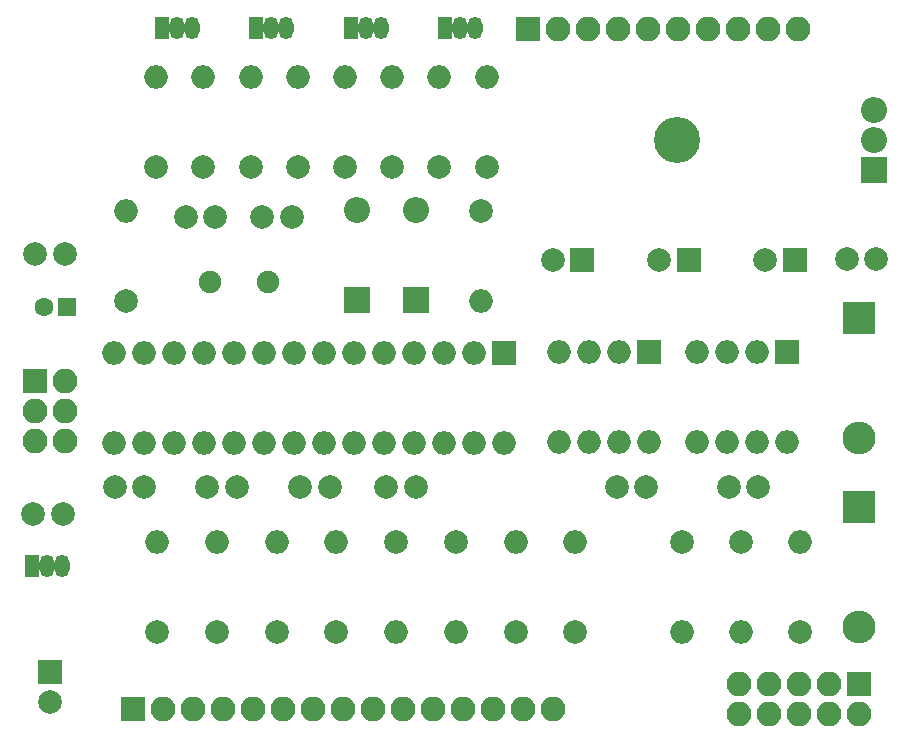
<source format=gbs>
G04 #@! TF.GenerationSoftware,KiCad,Pcbnew,(5.0.0)*
G04 #@! TF.CreationDate,2019-04-04T01:40:40-07:00*
G04 #@! TF.ProjectId,kicad-cpu-board,6B696361642D6370752D626F6172642E,rev?*
G04 #@! TF.SameCoordinates,Original*
G04 #@! TF.FileFunction,Soldermask,Bot*
G04 #@! TF.FilePolarity,Negative*
%FSLAX46Y46*%
G04 Gerber Fmt 4.6, Leading zero omitted, Abs format (unit mm)*
G04 Created by KiCad (PCBNEW (5.0.0)) date 04/04/19 01:40:40*
%MOMM*%
%LPD*%
G01*
G04 APERTURE LIST*
%ADD10R,2.000000X2.000000*%
%ADD11O,2.000000X2.000000*%
%ADD12C,2.000000*%
%ADD13C,1.600000*%
%ADD14R,1.600000X1.600000*%
%ADD15O,2.200000X2.200000*%
%ADD16R,2.200000X2.200000*%
%ADD17R,2.800000X2.800000*%
%ADD18O,2.800000X2.800000*%
%ADD19O,2.100000X2.100000*%
%ADD20R,2.100000X2.100000*%
%ADD21O,1.300000X1.900000*%
%ADD22R,1.300000X1.900000*%
%ADD23O,3.900000X3.900000*%
%ADD24C,1.900000*%
G04 APERTURE END LIST*
D10*
G04 #@! TO.C,U106*
X80200000Y-76900000D03*
D11*
X72580000Y-84520000D03*
X77660000Y-76900000D03*
X75120000Y-84520000D03*
X75120000Y-76900000D03*
X77660000Y-84520000D03*
X72580000Y-76900000D03*
X80200000Y-84520000D03*
G04 #@! TD*
D12*
G04 #@! TO.C,C115*
X97000000Y-69000000D03*
X99500000Y-69000000D03*
G04 #@! TD*
G04 #@! TO.C,C116*
X30625001Y-90625001D03*
X28125001Y-90625001D03*
G04 #@! TD*
D11*
G04 #@! TO.C,U103*
X68000000Y-84620000D03*
X34980000Y-77000000D03*
X65460000Y-84620000D03*
X37520000Y-77000000D03*
X62920000Y-84620000D03*
X40060000Y-77000000D03*
X60380000Y-84620000D03*
X42600000Y-77000000D03*
X57840000Y-84620000D03*
X45140000Y-77000000D03*
X55300000Y-84620000D03*
X47680000Y-77000000D03*
X52760000Y-84620000D03*
X50220000Y-77000000D03*
X50220000Y-84620000D03*
X52760000Y-77000000D03*
X47680000Y-84620000D03*
X55300000Y-77000000D03*
X45140000Y-84620000D03*
X57840000Y-77000000D03*
X42600000Y-84620000D03*
X60380000Y-77000000D03*
X40060000Y-84620000D03*
X62920000Y-77000000D03*
X37520000Y-84620000D03*
X65460000Y-77000000D03*
X34980000Y-84620000D03*
D10*
X68000000Y-77000000D03*
G04 #@! TD*
D12*
G04 #@! TO.C,C101*
X72100000Y-69100000D03*
D10*
X74600000Y-69100000D03*
G04 #@! TD*
D13*
G04 #@! TO.C,C102*
X29000000Y-73100000D03*
D14*
X31000000Y-73100000D03*
G04 #@! TD*
D12*
G04 #@! TO.C,C103*
X80000000Y-88350000D03*
X77500000Y-88350000D03*
G04 #@! TD*
G04 #@! TO.C,C104*
X45350000Y-88350000D03*
X42850000Y-88350000D03*
G04 #@! TD*
G04 #@! TO.C,C105*
X50000000Y-65500000D03*
X47500000Y-65500000D03*
G04 #@! TD*
G04 #@! TO.C,C106*
X53200000Y-88350000D03*
X50700000Y-88350000D03*
G04 #@! TD*
G04 #@! TO.C,C107*
X41000000Y-65500000D03*
X43500000Y-65500000D03*
G04 #@! TD*
D10*
G04 #@! TO.C,C108*
X29525000Y-104000000D03*
D12*
X29525000Y-106500000D03*
G04 #@! TD*
G04 #@! TO.C,C109*
X90100000Y-69100000D03*
D10*
X92600000Y-69100000D03*
G04 #@! TD*
G04 #@! TO.C,C110*
X83600000Y-69100000D03*
D12*
X81100000Y-69100000D03*
G04 #@! TD*
G04 #@! TO.C,C111*
X30775000Y-68600000D03*
X28275000Y-68600000D03*
G04 #@! TD*
G04 #@! TO.C,C112*
X37500000Y-88350000D03*
X35000000Y-88350000D03*
G04 #@! TD*
G04 #@! TO.C,C113*
X58000000Y-88350000D03*
X60500000Y-88350000D03*
G04 #@! TD*
G04 #@! TO.C,C114*
X87000000Y-88350000D03*
X89500000Y-88350000D03*
G04 #@! TD*
D15*
G04 #@! TO.C,D101*
X60500000Y-64880000D03*
D16*
X60500000Y-72500000D03*
G04 #@! TD*
G04 #@! TO.C,D102*
X55500000Y-72500000D03*
D15*
X55500000Y-64880000D03*
G04 #@! TD*
D17*
G04 #@! TO.C,D103*
X98000000Y-74000000D03*
D18*
X98000000Y-84160000D03*
G04 #@! TD*
G04 #@! TO.C,D104*
X98000000Y-100160000D03*
D17*
X98000000Y-90000000D03*
G04 #@! TD*
D19*
G04 #@! TO.C,J101*
X30790000Y-84480000D03*
X28250000Y-84480000D03*
X30790000Y-81940000D03*
X28250000Y-81940000D03*
X30790000Y-79400000D03*
D20*
X28250000Y-79400000D03*
G04 #@! TD*
D19*
G04 #@! TO.C,J102*
X92875993Y-49594547D03*
X90335993Y-49594547D03*
X87795993Y-49594547D03*
X85255993Y-49594547D03*
X82715993Y-49594547D03*
X80175993Y-49594547D03*
X77635993Y-49594547D03*
X75095993Y-49594547D03*
X72555993Y-49594547D03*
D20*
X70015993Y-49594547D03*
G04 #@! TD*
D19*
G04 #@! TO.C,J103*
X72075993Y-107094547D03*
X69535993Y-107094547D03*
X66995993Y-107094547D03*
X64455993Y-107094547D03*
X61915993Y-107094547D03*
X59375993Y-107094547D03*
X56835993Y-107094547D03*
X54295993Y-107094547D03*
X51755993Y-107094547D03*
X49215993Y-107094547D03*
X46675993Y-107094547D03*
X44135993Y-107094547D03*
X41595993Y-107094547D03*
X39055993Y-107094547D03*
D20*
X36515993Y-107094547D03*
G04 #@! TD*
D19*
G04 #@! TO.C,J104*
X87840000Y-107540000D03*
X87840000Y-105000000D03*
X90380000Y-107540000D03*
X90380000Y-105000000D03*
X92920000Y-107540000D03*
X92920000Y-105000000D03*
X95460000Y-107540000D03*
X95460000Y-105000000D03*
X98000000Y-107540000D03*
D20*
X98000000Y-105000000D03*
G04 #@! TD*
D11*
G04 #@! TO.C,L101*
X83000000Y-100570000D03*
D12*
X83000000Y-92950000D03*
G04 #@! TD*
D11*
G04 #@! TO.C,L102*
X93000000Y-92980000D03*
D12*
X93000000Y-100600000D03*
G04 #@! TD*
G04 #@! TO.C,L103*
X88000000Y-92950000D03*
D11*
X88000000Y-100570000D03*
G04 #@! TD*
D21*
G04 #@! TO.C,Q101*
X64270000Y-49500000D03*
X65540000Y-49500000D03*
D22*
X63000000Y-49500000D03*
G04 #@! TD*
D21*
G04 #@! TO.C,Q102*
X48270000Y-49500000D03*
X49540000Y-49500000D03*
D22*
X47000000Y-49500000D03*
G04 #@! TD*
G04 #@! TO.C,Q103*
X39000000Y-49500000D03*
D21*
X41540000Y-49500000D03*
X40270000Y-49500000D03*
G04 #@! TD*
D22*
G04 #@! TO.C,Q104*
X55000000Y-49500000D03*
D21*
X57540000Y-49500000D03*
X56270000Y-49500000D03*
G04 #@! TD*
D12*
G04 #@! TO.C,R101*
X36000000Y-72600000D03*
D11*
X36000000Y-64980000D03*
G04 #@! TD*
D12*
G04 #@! TO.C,R102*
X66000000Y-65000000D03*
D11*
X66000000Y-72620000D03*
G04 #@! TD*
D12*
G04 #@! TO.C,R103*
X38600000Y-100600000D03*
D11*
X38600000Y-92980000D03*
G04 #@! TD*
G04 #@! TO.C,R104*
X62500000Y-53580000D03*
D12*
X62500000Y-61200000D03*
G04 #@! TD*
D11*
G04 #@! TO.C,R105*
X66500000Y-53580000D03*
D12*
X66500000Y-61200000D03*
G04 #@! TD*
G04 #@! TO.C,R106*
X46500000Y-61200000D03*
D11*
X46500000Y-53580000D03*
G04 #@! TD*
G04 #@! TO.C,R107*
X50500000Y-53580000D03*
D12*
X50500000Y-61200000D03*
G04 #@! TD*
D11*
G04 #@! TO.C,R108*
X43657142Y-92980000D03*
D12*
X43657142Y-100600000D03*
G04 #@! TD*
D11*
G04 #@! TO.C,R109*
X38500000Y-53580000D03*
D12*
X38500000Y-61200000D03*
G04 #@! TD*
G04 #@! TO.C,R110*
X42500000Y-61200000D03*
D11*
X42500000Y-53580000D03*
G04 #@! TD*
G04 #@! TO.C,R111*
X54500000Y-53580000D03*
D12*
X54500000Y-61200000D03*
G04 #@! TD*
G04 #@! TO.C,R112*
X58500000Y-61200000D03*
D11*
X58500000Y-53580000D03*
G04 #@! TD*
G04 #@! TO.C,R113*
X48714284Y-92980000D03*
D12*
X48714284Y-100600000D03*
G04 #@! TD*
G04 #@! TO.C,R114*
X58828568Y-92950000D03*
D11*
X58828568Y-100570000D03*
G04 #@! TD*
G04 #@! TO.C,R115*
X53771426Y-92980000D03*
D12*
X53771426Y-100600000D03*
G04 #@! TD*
G04 #@! TO.C,R116*
X74000000Y-100600000D03*
D11*
X74000000Y-92980000D03*
G04 #@! TD*
G04 #@! TO.C,R117*
X63885710Y-100570000D03*
D12*
X63885710Y-92950000D03*
G04 #@! TD*
G04 #@! TO.C,R118*
X68942852Y-100600000D03*
D11*
X68942852Y-92980000D03*
G04 #@! TD*
D15*
G04 #@! TO.C,U101*
X99300000Y-56420000D03*
X99300000Y-58960000D03*
D16*
X99300000Y-61500000D03*
D23*
X82640000Y-58960000D03*
G04 #@! TD*
D22*
G04 #@! TO.C,U102*
X28000000Y-95000000D03*
D21*
X30540000Y-95000000D03*
X29270000Y-95000000D03*
G04 #@! TD*
D11*
G04 #@! TO.C,U105*
X91900000Y-84520000D03*
X84280000Y-76900000D03*
X89360000Y-84520000D03*
X86820000Y-76900000D03*
X86820000Y-84520000D03*
X89360000Y-76900000D03*
X84280000Y-84520000D03*
D10*
X91900000Y-76900000D03*
G04 #@! TD*
D24*
G04 #@! TO.C,Y101*
X43100000Y-71000000D03*
X48000000Y-71000000D03*
G04 #@! TD*
M02*

</source>
